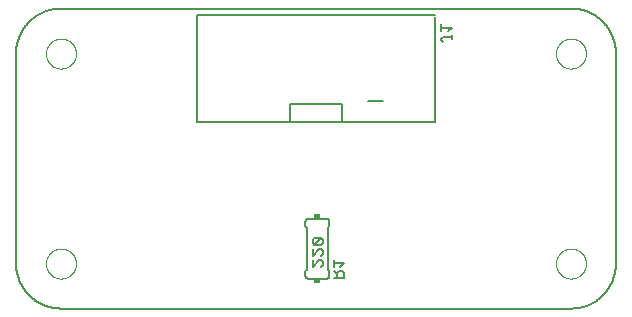
<source format=gbo>
G75*
%MOIN*%
%OFA0B0*%
%FSLAX25Y25*%
%IPPOS*%
%LPD*%
%AMOC8*
5,1,8,0,0,1.08239X$1,22.5*
%
%ADD10C,0.00000*%
%ADD11C,0.00600*%
%ADD12C,0.00800*%
%ADD13R,0.02000X0.01500*%
D10*
X0011300Y0016300D02*
X0011302Y0016441D01*
X0011308Y0016582D01*
X0011318Y0016722D01*
X0011332Y0016862D01*
X0011350Y0017002D01*
X0011371Y0017141D01*
X0011397Y0017280D01*
X0011426Y0017418D01*
X0011460Y0017554D01*
X0011497Y0017690D01*
X0011538Y0017825D01*
X0011583Y0017959D01*
X0011632Y0018091D01*
X0011684Y0018222D01*
X0011740Y0018351D01*
X0011800Y0018478D01*
X0011863Y0018604D01*
X0011929Y0018728D01*
X0012000Y0018851D01*
X0012073Y0018971D01*
X0012150Y0019089D01*
X0012230Y0019205D01*
X0012314Y0019318D01*
X0012400Y0019429D01*
X0012490Y0019538D01*
X0012583Y0019644D01*
X0012678Y0019747D01*
X0012777Y0019848D01*
X0012878Y0019946D01*
X0012982Y0020041D01*
X0013089Y0020133D01*
X0013198Y0020222D01*
X0013310Y0020307D01*
X0013424Y0020390D01*
X0013540Y0020470D01*
X0013659Y0020546D01*
X0013780Y0020618D01*
X0013902Y0020688D01*
X0014027Y0020753D01*
X0014153Y0020816D01*
X0014281Y0020874D01*
X0014411Y0020929D01*
X0014542Y0020981D01*
X0014675Y0021028D01*
X0014809Y0021072D01*
X0014944Y0021113D01*
X0015080Y0021149D01*
X0015217Y0021181D01*
X0015355Y0021210D01*
X0015493Y0021235D01*
X0015633Y0021255D01*
X0015773Y0021272D01*
X0015913Y0021285D01*
X0016054Y0021294D01*
X0016194Y0021299D01*
X0016335Y0021300D01*
X0016476Y0021297D01*
X0016617Y0021290D01*
X0016757Y0021279D01*
X0016897Y0021264D01*
X0017037Y0021245D01*
X0017176Y0021223D01*
X0017314Y0021196D01*
X0017452Y0021166D01*
X0017588Y0021131D01*
X0017724Y0021093D01*
X0017858Y0021051D01*
X0017992Y0021005D01*
X0018124Y0020956D01*
X0018254Y0020902D01*
X0018383Y0020845D01*
X0018510Y0020785D01*
X0018636Y0020721D01*
X0018759Y0020653D01*
X0018881Y0020582D01*
X0019001Y0020508D01*
X0019118Y0020430D01*
X0019233Y0020349D01*
X0019346Y0020265D01*
X0019457Y0020178D01*
X0019565Y0020087D01*
X0019670Y0019994D01*
X0019773Y0019897D01*
X0019873Y0019798D01*
X0019970Y0019696D01*
X0020064Y0019591D01*
X0020155Y0019484D01*
X0020243Y0019374D01*
X0020328Y0019262D01*
X0020410Y0019147D01*
X0020489Y0019030D01*
X0020564Y0018911D01*
X0020636Y0018790D01*
X0020704Y0018667D01*
X0020769Y0018542D01*
X0020831Y0018415D01*
X0020888Y0018286D01*
X0020943Y0018156D01*
X0020993Y0018025D01*
X0021040Y0017892D01*
X0021083Y0017758D01*
X0021122Y0017622D01*
X0021157Y0017486D01*
X0021189Y0017349D01*
X0021216Y0017211D01*
X0021240Y0017072D01*
X0021260Y0016932D01*
X0021276Y0016792D01*
X0021288Y0016652D01*
X0021296Y0016511D01*
X0021300Y0016370D01*
X0021300Y0016230D01*
X0021296Y0016089D01*
X0021288Y0015948D01*
X0021276Y0015808D01*
X0021260Y0015668D01*
X0021240Y0015528D01*
X0021216Y0015389D01*
X0021189Y0015251D01*
X0021157Y0015114D01*
X0021122Y0014978D01*
X0021083Y0014842D01*
X0021040Y0014708D01*
X0020993Y0014575D01*
X0020943Y0014444D01*
X0020888Y0014314D01*
X0020831Y0014185D01*
X0020769Y0014058D01*
X0020704Y0013933D01*
X0020636Y0013810D01*
X0020564Y0013689D01*
X0020489Y0013570D01*
X0020410Y0013453D01*
X0020328Y0013338D01*
X0020243Y0013226D01*
X0020155Y0013116D01*
X0020064Y0013009D01*
X0019970Y0012904D01*
X0019873Y0012802D01*
X0019773Y0012703D01*
X0019670Y0012606D01*
X0019565Y0012513D01*
X0019457Y0012422D01*
X0019346Y0012335D01*
X0019233Y0012251D01*
X0019118Y0012170D01*
X0019001Y0012092D01*
X0018881Y0012018D01*
X0018759Y0011947D01*
X0018636Y0011879D01*
X0018510Y0011815D01*
X0018383Y0011755D01*
X0018254Y0011698D01*
X0018124Y0011644D01*
X0017992Y0011595D01*
X0017858Y0011549D01*
X0017724Y0011507D01*
X0017588Y0011469D01*
X0017452Y0011434D01*
X0017314Y0011404D01*
X0017176Y0011377D01*
X0017037Y0011355D01*
X0016897Y0011336D01*
X0016757Y0011321D01*
X0016617Y0011310D01*
X0016476Y0011303D01*
X0016335Y0011300D01*
X0016194Y0011301D01*
X0016054Y0011306D01*
X0015913Y0011315D01*
X0015773Y0011328D01*
X0015633Y0011345D01*
X0015493Y0011365D01*
X0015355Y0011390D01*
X0015217Y0011419D01*
X0015080Y0011451D01*
X0014944Y0011487D01*
X0014809Y0011528D01*
X0014675Y0011572D01*
X0014542Y0011619D01*
X0014411Y0011671D01*
X0014281Y0011726D01*
X0014153Y0011784D01*
X0014027Y0011847D01*
X0013902Y0011912D01*
X0013780Y0011982D01*
X0013659Y0012054D01*
X0013540Y0012130D01*
X0013424Y0012210D01*
X0013310Y0012293D01*
X0013198Y0012378D01*
X0013089Y0012467D01*
X0012982Y0012559D01*
X0012878Y0012654D01*
X0012777Y0012752D01*
X0012678Y0012853D01*
X0012583Y0012956D01*
X0012490Y0013062D01*
X0012400Y0013171D01*
X0012314Y0013282D01*
X0012230Y0013395D01*
X0012150Y0013511D01*
X0012073Y0013629D01*
X0012000Y0013749D01*
X0011929Y0013872D01*
X0011863Y0013996D01*
X0011800Y0014122D01*
X0011740Y0014249D01*
X0011684Y0014378D01*
X0011632Y0014509D01*
X0011583Y0014641D01*
X0011538Y0014775D01*
X0011497Y0014910D01*
X0011460Y0015046D01*
X0011426Y0015182D01*
X0011397Y0015320D01*
X0011371Y0015459D01*
X0011350Y0015598D01*
X0011332Y0015738D01*
X0011318Y0015878D01*
X0011308Y0016018D01*
X0011302Y0016159D01*
X0011300Y0016300D01*
X0011300Y0086300D02*
X0011302Y0086441D01*
X0011308Y0086582D01*
X0011318Y0086722D01*
X0011332Y0086862D01*
X0011350Y0087002D01*
X0011371Y0087141D01*
X0011397Y0087280D01*
X0011426Y0087418D01*
X0011460Y0087554D01*
X0011497Y0087690D01*
X0011538Y0087825D01*
X0011583Y0087959D01*
X0011632Y0088091D01*
X0011684Y0088222D01*
X0011740Y0088351D01*
X0011800Y0088478D01*
X0011863Y0088604D01*
X0011929Y0088728D01*
X0012000Y0088851D01*
X0012073Y0088971D01*
X0012150Y0089089D01*
X0012230Y0089205D01*
X0012314Y0089318D01*
X0012400Y0089429D01*
X0012490Y0089538D01*
X0012583Y0089644D01*
X0012678Y0089747D01*
X0012777Y0089848D01*
X0012878Y0089946D01*
X0012982Y0090041D01*
X0013089Y0090133D01*
X0013198Y0090222D01*
X0013310Y0090307D01*
X0013424Y0090390D01*
X0013540Y0090470D01*
X0013659Y0090546D01*
X0013780Y0090618D01*
X0013902Y0090688D01*
X0014027Y0090753D01*
X0014153Y0090816D01*
X0014281Y0090874D01*
X0014411Y0090929D01*
X0014542Y0090981D01*
X0014675Y0091028D01*
X0014809Y0091072D01*
X0014944Y0091113D01*
X0015080Y0091149D01*
X0015217Y0091181D01*
X0015355Y0091210D01*
X0015493Y0091235D01*
X0015633Y0091255D01*
X0015773Y0091272D01*
X0015913Y0091285D01*
X0016054Y0091294D01*
X0016194Y0091299D01*
X0016335Y0091300D01*
X0016476Y0091297D01*
X0016617Y0091290D01*
X0016757Y0091279D01*
X0016897Y0091264D01*
X0017037Y0091245D01*
X0017176Y0091223D01*
X0017314Y0091196D01*
X0017452Y0091166D01*
X0017588Y0091131D01*
X0017724Y0091093D01*
X0017858Y0091051D01*
X0017992Y0091005D01*
X0018124Y0090956D01*
X0018254Y0090902D01*
X0018383Y0090845D01*
X0018510Y0090785D01*
X0018636Y0090721D01*
X0018759Y0090653D01*
X0018881Y0090582D01*
X0019001Y0090508D01*
X0019118Y0090430D01*
X0019233Y0090349D01*
X0019346Y0090265D01*
X0019457Y0090178D01*
X0019565Y0090087D01*
X0019670Y0089994D01*
X0019773Y0089897D01*
X0019873Y0089798D01*
X0019970Y0089696D01*
X0020064Y0089591D01*
X0020155Y0089484D01*
X0020243Y0089374D01*
X0020328Y0089262D01*
X0020410Y0089147D01*
X0020489Y0089030D01*
X0020564Y0088911D01*
X0020636Y0088790D01*
X0020704Y0088667D01*
X0020769Y0088542D01*
X0020831Y0088415D01*
X0020888Y0088286D01*
X0020943Y0088156D01*
X0020993Y0088025D01*
X0021040Y0087892D01*
X0021083Y0087758D01*
X0021122Y0087622D01*
X0021157Y0087486D01*
X0021189Y0087349D01*
X0021216Y0087211D01*
X0021240Y0087072D01*
X0021260Y0086932D01*
X0021276Y0086792D01*
X0021288Y0086652D01*
X0021296Y0086511D01*
X0021300Y0086370D01*
X0021300Y0086230D01*
X0021296Y0086089D01*
X0021288Y0085948D01*
X0021276Y0085808D01*
X0021260Y0085668D01*
X0021240Y0085528D01*
X0021216Y0085389D01*
X0021189Y0085251D01*
X0021157Y0085114D01*
X0021122Y0084978D01*
X0021083Y0084842D01*
X0021040Y0084708D01*
X0020993Y0084575D01*
X0020943Y0084444D01*
X0020888Y0084314D01*
X0020831Y0084185D01*
X0020769Y0084058D01*
X0020704Y0083933D01*
X0020636Y0083810D01*
X0020564Y0083689D01*
X0020489Y0083570D01*
X0020410Y0083453D01*
X0020328Y0083338D01*
X0020243Y0083226D01*
X0020155Y0083116D01*
X0020064Y0083009D01*
X0019970Y0082904D01*
X0019873Y0082802D01*
X0019773Y0082703D01*
X0019670Y0082606D01*
X0019565Y0082513D01*
X0019457Y0082422D01*
X0019346Y0082335D01*
X0019233Y0082251D01*
X0019118Y0082170D01*
X0019001Y0082092D01*
X0018881Y0082018D01*
X0018759Y0081947D01*
X0018636Y0081879D01*
X0018510Y0081815D01*
X0018383Y0081755D01*
X0018254Y0081698D01*
X0018124Y0081644D01*
X0017992Y0081595D01*
X0017858Y0081549D01*
X0017724Y0081507D01*
X0017588Y0081469D01*
X0017452Y0081434D01*
X0017314Y0081404D01*
X0017176Y0081377D01*
X0017037Y0081355D01*
X0016897Y0081336D01*
X0016757Y0081321D01*
X0016617Y0081310D01*
X0016476Y0081303D01*
X0016335Y0081300D01*
X0016194Y0081301D01*
X0016054Y0081306D01*
X0015913Y0081315D01*
X0015773Y0081328D01*
X0015633Y0081345D01*
X0015493Y0081365D01*
X0015355Y0081390D01*
X0015217Y0081419D01*
X0015080Y0081451D01*
X0014944Y0081487D01*
X0014809Y0081528D01*
X0014675Y0081572D01*
X0014542Y0081619D01*
X0014411Y0081671D01*
X0014281Y0081726D01*
X0014153Y0081784D01*
X0014027Y0081847D01*
X0013902Y0081912D01*
X0013780Y0081982D01*
X0013659Y0082054D01*
X0013540Y0082130D01*
X0013424Y0082210D01*
X0013310Y0082293D01*
X0013198Y0082378D01*
X0013089Y0082467D01*
X0012982Y0082559D01*
X0012878Y0082654D01*
X0012777Y0082752D01*
X0012678Y0082853D01*
X0012583Y0082956D01*
X0012490Y0083062D01*
X0012400Y0083171D01*
X0012314Y0083282D01*
X0012230Y0083395D01*
X0012150Y0083511D01*
X0012073Y0083629D01*
X0012000Y0083749D01*
X0011929Y0083872D01*
X0011863Y0083996D01*
X0011800Y0084122D01*
X0011740Y0084249D01*
X0011684Y0084378D01*
X0011632Y0084509D01*
X0011583Y0084641D01*
X0011538Y0084775D01*
X0011497Y0084910D01*
X0011460Y0085046D01*
X0011426Y0085182D01*
X0011397Y0085320D01*
X0011371Y0085459D01*
X0011350Y0085598D01*
X0011332Y0085738D01*
X0011318Y0085878D01*
X0011308Y0086018D01*
X0011302Y0086159D01*
X0011300Y0086300D01*
X0181300Y0086300D02*
X0181302Y0086441D01*
X0181308Y0086582D01*
X0181318Y0086722D01*
X0181332Y0086862D01*
X0181350Y0087002D01*
X0181371Y0087141D01*
X0181397Y0087280D01*
X0181426Y0087418D01*
X0181460Y0087554D01*
X0181497Y0087690D01*
X0181538Y0087825D01*
X0181583Y0087959D01*
X0181632Y0088091D01*
X0181684Y0088222D01*
X0181740Y0088351D01*
X0181800Y0088478D01*
X0181863Y0088604D01*
X0181929Y0088728D01*
X0182000Y0088851D01*
X0182073Y0088971D01*
X0182150Y0089089D01*
X0182230Y0089205D01*
X0182314Y0089318D01*
X0182400Y0089429D01*
X0182490Y0089538D01*
X0182583Y0089644D01*
X0182678Y0089747D01*
X0182777Y0089848D01*
X0182878Y0089946D01*
X0182982Y0090041D01*
X0183089Y0090133D01*
X0183198Y0090222D01*
X0183310Y0090307D01*
X0183424Y0090390D01*
X0183540Y0090470D01*
X0183659Y0090546D01*
X0183780Y0090618D01*
X0183902Y0090688D01*
X0184027Y0090753D01*
X0184153Y0090816D01*
X0184281Y0090874D01*
X0184411Y0090929D01*
X0184542Y0090981D01*
X0184675Y0091028D01*
X0184809Y0091072D01*
X0184944Y0091113D01*
X0185080Y0091149D01*
X0185217Y0091181D01*
X0185355Y0091210D01*
X0185493Y0091235D01*
X0185633Y0091255D01*
X0185773Y0091272D01*
X0185913Y0091285D01*
X0186054Y0091294D01*
X0186194Y0091299D01*
X0186335Y0091300D01*
X0186476Y0091297D01*
X0186617Y0091290D01*
X0186757Y0091279D01*
X0186897Y0091264D01*
X0187037Y0091245D01*
X0187176Y0091223D01*
X0187314Y0091196D01*
X0187452Y0091166D01*
X0187588Y0091131D01*
X0187724Y0091093D01*
X0187858Y0091051D01*
X0187992Y0091005D01*
X0188124Y0090956D01*
X0188254Y0090902D01*
X0188383Y0090845D01*
X0188510Y0090785D01*
X0188636Y0090721D01*
X0188759Y0090653D01*
X0188881Y0090582D01*
X0189001Y0090508D01*
X0189118Y0090430D01*
X0189233Y0090349D01*
X0189346Y0090265D01*
X0189457Y0090178D01*
X0189565Y0090087D01*
X0189670Y0089994D01*
X0189773Y0089897D01*
X0189873Y0089798D01*
X0189970Y0089696D01*
X0190064Y0089591D01*
X0190155Y0089484D01*
X0190243Y0089374D01*
X0190328Y0089262D01*
X0190410Y0089147D01*
X0190489Y0089030D01*
X0190564Y0088911D01*
X0190636Y0088790D01*
X0190704Y0088667D01*
X0190769Y0088542D01*
X0190831Y0088415D01*
X0190888Y0088286D01*
X0190943Y0088156D01*
X0190993Y0088025D01*
X0191040Y0087892D01*
X0191083Y0087758D01*
X0191122Y0087622D01*
X0191157Y0087486D01*
X0191189Y0087349D01*
X0191216Y0087211D01*
X0191240Y0087072D01*
X0191260Y0086932D01*
X0191276Y0086792D01*
X0191288Y0086652D01*
X0191296Y0086511D01*
X0191300Y0086370D01*
X0191300Y0086230D01*
X0191296Y0086089D01*
X0191288Y0085948D01*
X0191276Y0085808D01*
X0191260Y0085668D01*
X0191240Y0085528D01*
X0191216Y0085389D01*
X0191189Y0085251D01*
X0191157Y0085114D01*
X0191122Y0084978D01*
X0191083Y0084842D01*
X0191040Y0084708D01*
X0190993Y0084575D01*
X0190943Y0084444D01*
X0190888Y0084314D01*
X0190831Y0084185D01*
X0190769Y0084058D01*
X0190704Y0083933D01*
X0190636Y0083810D01*
X0190564Y0083689D01*
X0190489Y0083570D01*
X0190410Y0083453D01*
X0190328Y0083338D01*
X0190243Y0083226D01*
X0190155Y0083116D01*
X0190064Y0083009D01*
X0189970Y0082904D01*
X0189873Y0082802D01*
X0189773Y0082703D01*
X0189670Y0082606D01*
X0189565Y0082513D01*
X0189457Y0082422D01*
X0189346Y0082335D01*
X0189233Y0082251D01*
X0189118Y0082170D01*
X0189001Y0082092D01*
X0188881Y0082018D01*
X0188759Y0081947D01*
X0188636Y0081879D01*
X0188510Y0081815D01*
X0188383Y0081755D01*
X0188254Y0081698D01*
X0188124Y0081644D01*
X0187992Y0081595D01*
X0187858Y0081549D01*
X0187724Y0081507D01*
X0187588Y0081469D01*
X0187452Y0081434D01*
X0187314Y0081404D01*
X0187176Y0081377D01*
X0187037Y0081355D01*
X0186897Y0081336D01*
X0186757Y0081321D01*
X0186617Y0081310D01*
X0186476Y0081303D01*
X0186335Y0081300D01*
X0186194Y0081301D01*
X0186054Y0081306D01*
X0185913Y0081315D01*
X0185773Y0081328D01*
X0185633Y0081345D01*
X0185493Y0081365D01*
X0185355Y0081390D01*
X0185217Y0081419D01*
X0185080Y0081451D01*
X0184944Y0081487D01*
X0184809Y0081528D01*
X0184675Y0081572D01*
X0184542Y0081619D01*
X0184411Y0081671D01*
X0184281Y0081726D01*
X0184153Y0081784D01*
X0184027Y0081847D01*
X0183902Y0081912D01*
X0183780Y0081982D01*
X0183659Y0082054D01*
X0183540Y0082130D01*
X0183424Y0082210D01*
X0183310Y0082293D01*
X0183198Y0082378D01*
X0183089Y0082467D01*
X0182982Y0082559D01*
X0182878Y0082654D01*
X0182777Y0082752D01*
X0182678Y0082853D01*
X0182583Y0082956D01*
X0182490Y0083062D01*
X0182400Y0083171D01*
X0182314Y0083282D01*
X0182230Y0083395D01*
X0182150Y0083511D01*
X0182073Y0083629D01*
X0182000Y0083749D01*
X0181929Y0083872D01*
X0181863Y0083996D01*
X0181800Y0084122D01*
X0181740Y0084249D01*
X0181684Y0084378D01*
X0181632Y0084509D01*
X0181583Y0084641D01*
X0181538Y0084775D01*
X0181497Y0084910D01*
X0181460Y0085046D01*
X0181426Y0085182D01*
X0181397Y0085320D01*
X0181371Y0085459D01*
X0181350Y0085598D01*
X0181332Y0085738D01*
X0181318Y0085878D01*
X0181308Y0086018D01*
X0181302Y0086159D01*
X0181300Y0086300D01*
X0181300Y0016300D02*
X0181302Y0016441D01*
X0181308Y0016582D01*
X0181318Y0016722D01*
X0181332Y0016862D01*
X0181350Y0017002D01*
X0181371Y0017141D01*
X0181397Y0017280D01*
X0181426Y0017418D01*
X0181460Y0017554D01*
X0181497Y0017690D01*
X0181538Y0017825D01*
X0181583Y0017959D01*
X0181632Y0018091D01*
X0181684Y0018222D01*
X0181740Y0018351D01*
X0181800Y0018478D01*
X0181863Y0018604D01*
X0181929Y0018728D01*
X0182000Y0018851D01*
X0182073Y0018971D01*
X0182150Y0019089D01*
X0182230Y0019205D01*
X0182314Y0019318D01*
X0182400Y0019429D01*
X0182490Y0019538D01*
X0182583Y0019644D01*
X0182678Y0019747D01*
X0182777Y0019848D01*
X0182878Y0019946D01*
X0182982Y0020041D01*
X0183089Y0020133D01*
X0183198Y0020222D01*
X0183310Y0020307D01*
X0183424Y0020390D01*
X0183540Y0020470D01*
X0183659Y0020546D01*
X0183780Y0020618D01*
X0183902Y0020688D01*
X0184027Y0020753D01*
X0184153Y0020816D01*
X0184281Y0020874D01*
X0184411Y0020929D01*
X0184542Y0020981D01*
X0184675Y0021028D01*
X0184809Y0021072D01*
X0184944Y0021113D01*
X0185080Y0021149D01*
X0185217Y0021181D01*
X0185355Y0021210D01*
X0185493Y0021235D01*
X0185633Y0021255D01*
X0185773Y0021272D01*
X0185913Y0021285D01*
X0186054Y0021294D01*
X0186194Y0021299D01*
X0186335Y0021300D01*
X0186476Y0021297D01*
X0186617Y0021290D01*
X0186757Y0021279D01*
X0186897Y0021264D01*
X0187037Y0021245D01*
X0187176Y0021223D01*
X0187314Y0021196D01*
X0187452Y0021166D01*
X0187588Y0021131D01*
X0187724Y0021093D01*
X0187858Y0021051D01*
X0187992Y0021005D01*
X0188124Y0020956D01*
X0188254Y0020902D01*
X0188383Y0020845D01*
X0188510Y0020785D01*
X0188636Y0020721D01*
X0188759Y0020653D01*
X0188881Y0020582D01*
X0189001Y0020508D01*
X0189118Y0020430D01*
X0189233Y0020349D01*
X0189346Y0020265D01*
X0189457Y0020178D01*
X0189565Y0020087D01*
X0189670Y0019994D01*
X0189773Y0019897D01*
X0189873Y0019798D01*
X0189970Y0019696D01*
X0190064Y0019591D01*
X0190155Y0019484D01*
X0190243Y0019374D01*
X0190328Y0019262D01*
X0190410Y0019147D01*
X0190489Y0019030D01*
X0190564Y0018911D01*
X0190636Y0018790D01*
X0190704Y0018667D01*
X0190769Y0018542D01*
X0190831Y0018415D01*
X0190888Y0018286D01*
X0190943Y0018156D01*
X0190993Y0018025D01*
X0191040Y0017892D01*
X0191083Y0017758D01*
X0191122Y0017622D01*
X0191157Y0017486D01*
X0191189Y0017349D01*
X0191216Y0017211D01*
X0191240Y0017072D01*
X0191260Y0016932D01*
X0191276Y0016792D01*
X0191288Y0016652D01*
X0191296Y0016511D01*
X0191300Y0016370D01*
X0191300Y0016230D01*
X0191296Y0016089D01*
X0191288Y0015948D01*
X0191276Y0015808D01*
X0191260Y0015668D01*
X0191240Y0015528D01*
X0191216Y0015389D01*
X0191189Y0015251D01*
X0191157Y0015114D01*
X0191122Y0014978D01*
X0191083Y0014842D01*
X0191040Y0014708D01*
X0190993Y0014575D01*
X0190943Y0014444D01*
X0190888Y0014314D01*
X0190831Y0014185D01*
X0190769Y0014058D01*
X0190704Y0013933D01*
X0190636Y0013810D01*
X0190564Y0013689D01*
X0190489Y0013570D01*
X0190410Y0013453D01*
X0190328Y0013338D01*
X0190243Y0013226D01*
X0190155Y0013116D01*
X0190064Y0013009D01*
X0189970Y0012904D01*
X0189873Y0012802D01*
X0189773Y0012703D01*
X0189670Y0012606D01*
X0189565Y0012513D01*
X0189457Y0012422D01*
X0189346Y0012335D01*
X0189233Y0012251D01*
X0189118Y0012170D01*
X0189001Y0012092D01*
X0188881Y0012018D01*
X0188759Y0011947D01*
X0188636Y0011879D01*
X0188510Y0011815D01*
X0188383Y0011755D01*
X0188254Y0011698D01*
X0188124Y0011644D01*
X0187992Y0011595D01*
X0187858Y0011549D01*
X0187724Y0011507D01*
X0187588Y0011469D01*
X0187452Y0011434D01*
X0187314Y0011404D01*
X0187176Y0011377D01*
X0187037Y0011355D01*
X0186897Y0011336D01*
X0186757Y0011321D01*
X0186617Y0011310D01*
X0186476Y0011303D01*
X0186335Y0011300D01*
X0186194Y0011301D01*
X0186054Y0011306D01*
X0185913Y0011315D01*
X0185773Y0011328D01*
X0185633Y0011345D01*
X0185493Y0011365D01*
X0185355Y0011390D01*
X0185217Y0011419D01*
X0185080Y0011451D01*
X0184944Y0011487D01*
X0184809Y0011528D01*
X0184675Y0011572D01*
X0184542Y0011619D01*
X0184411Y0011671D01*
X0184281Y0011726D01*
X0184153Y0011784D01*
X0184027Y0011847D01*
X0183902Y0011912D01*
X0183780Y0011982D01*
X0183659Y0012054D01*
X0183540Y0012130D01*
X0183424Y0012210D01*
X0183310Y0012293D01*
X0183198Y0012378D01*
X0183089Y0012467D01*
X0182982Y0012559D01*
X0182878Y0012654D01*
X0182777Y0012752D01*
X0182678Y0012853D01*
X0182583Y0012956D01*
X0182490Y0013062D01*
X0182400Y0013171D01*
X0182314Y0013282D01*
X0182230Y0013395D01*
X0182150Y0013511D01*
X0182073Y0013629D01*
X0182000Y0013749D01*
X0181929Y0013872D01*
X0181863Y0013996D01*
X0181800Y0014122D01*
X0181740Y0014249D01*
X0181684Y0014378D01*
X0181632Y0014509D01*
X0181583Y0014641D01*
X0181538Y0014775D01*
X0181497Y0014910D01*
X0181460Y0015046D01*
X0181426Y0015182D01*
X0181397Y0015320D01*
X0181371Y0015459D01*
X0181350Y0015598D01*
X0181332Y0015738D01*
X0181318Y0015878D01*
X0181308Y0016018D01*
X0181302Y0016159D01*
X0181300Y0016300D01*
D11*
X0186300Y0001300D02*
X0016300Y0001300D01*
X0015938Y0001304D01*
X0015575Y0001318D01*
X0015213Y0001339D01*
X0014852Y0001370D01*
X0014492Y0001409D01*
X0014133Y0001457D01*
X0013775Y0001514D01*
X0013418Y0001579D01*
X0013063Y0001653D01*
X0012710Y0001736D01*
X0012359Y0001827D01*
X0012011Y0001926D01*
X0011665Y0002034D01*
X0011321Y0002150D01*
X0010981Y0002275D01*
X0010644Y0002407D01*
X0010310Y0002548D01*
X0009979Y0002697D01*
X0009652Y0002854D01*
X0009329Y0003018D01*
X0009010Y0003190D01*
X0008696Y0003370D01*
X0008385Y0003558D01*
X0008080Y0003753D01*
X0007779Y0003955D01*
X0007483Y0004165D01*
X0007193Y0004381D01*
X0006907Y0004605D01*
X0006627Y0004835D01*
X0006353Y0005072D01*
X0006085Y0005316D01*
X0005822Y0005566D01*
X0005566Y0005822D01*
X0005316Y0006085D01*
X0005072Y0006353D01*
X0004835Y0006627D01*
X0004605Y0006907D01*
X0004381Y0007193D01*
X0004165Y0007483D01*
X0003955Y0007779D01*
X0003753Y0008080D01*
X0003558Y0008385D01*
X0003370Y0008696D01*
X0003190Y0009010D01*
X0003018Y0009329D01*
X0002854Y0009652D01*
X0002697Y0009979D01*
X0002548Y0010310D01*
X0002407Y0010644D01*
X0002275Y0010981D01*
X0002150Y0011321D01*
X0002034Y0011665D01*
X0001926Y0012011D01*
X0001827Y0012359D01*
X0001736Y0012710D01*
X0001653Y0013063D01*
X0001579Y0013418D01*
X0001514Y0013775D01*
X0001457Y0014133D01*
X0001409Y0014492D01*
X0001370Y0014852D01*
X0001339Y0015213D01*
X0001318Y0015575D01*
X0001304Y0015938D01*
X0001300Y0016300D01*
X0001300Y0086300D01*
X0001304Y0086662D01*
X0001318Y0087025D01*
X0001339Y0087387D01*
X0001370Y0087748D01*
X0001409Y0088108D01*
X0001457Y0088467D01*
X0001514Y0088825D01*
X0001579Y0089182D01*
X0001653Y0089537D01*
X0001736Y0089890D01*
X0001827Y0090241D01*
X0001926Y0090589D01*
X0002034Y0090935D01*
X0002150Y0091279D01*
X0002275Y0091619D01*
X0002407Y0091956D01*
X0002548Y0092290D01*
X0002697Y0092621D01*
X0002854Y0092948D01*
X0003018Y0093271D01*
X0003190Y0093590D01*
X0003370Y0093904D01*
X0003558Y0094215D01*
X0003753Y0094520D01*
X0003955Y0094821D01*
X0004165Y0095117D01*
X0004381Y0095407D01*
X0004605Y0095693D01*
X0004835Y0095973D01*
X0005072Y0096247D01*
X0005316Y0096515D01*
X0005566Y0096778D01*
X0005822Y0097034D01*
X0006085Y0097284D01*
X0006353Y0097528D01*
X0006627Y0097765D01*
X0006907Y0097995D01*
X0007193Y0098219D01*
X0007483Y0098435D01*
X0007779Y0098645D01*
X0008080Y0098847D01*
X0008385Y0099042D01*
X0008696Y0099230D01*
X0009010Y0099410D01*
X0009329Y0099582D01*
X0009652Y0099746D01*
X0009979Y0099903D01*
X0010310Y0100052D01*
X0010644Y0100193D01*
X0010981Y0100325D01*
X0011321Y0100450D01*
X0011665Y0100566D01*
X0012011Y0100674D01*
X0012359Y0100773D01*
X0012710Y0100864D01*
X0013063Y0100947D01*
X0013418Y0101021D01*
X0013775Y0101086D01*
X0014133Y0101143D01*
X0014492Y0101191D01*
X0014852Y0101230D01*
X0015213Y0101261D01*
X0015575Y0101282D01*
X0015938Y0101296D01*
X0016300Y0101300D01*
X0186300Y0101300D01*
X0186662Y0101296D01*
X0187025Y0101282D01*
X0187387Y0101261D01*
X0187748Y0101230D01*
X0188108Y0101191D01*
X0188467Y0101143D01*
X0188825Y0101086D01*
X0189182Y0101021D01*
X0189537Y0100947D01*
X0189890Y0100864D01*
X0190241Y0100773D01*
X0190589Y0100674D01*
X0190935Y0100566D01*
X0191279Y0100450D01*
X0191619Y0100325D01*
X0191956Y0100193D01*
X0192290Y0100052D01*
X0192621Y0099903D01*
X0192948Y0099746D01*
X0193271Y0099582D01*
X0193590Y0099410D01*
X0193904Y0099230D01*
X0194215Y0099042D01*
X0194520Y0098847D01*
X0194821Y0098645D01*
X0195117Y0098435D01*
X0195407Y0098219D01*
X0195693Y0097995D01*
X0195973Y0097765D01*
X0196247Y0097528D01*
X0196515Y0097284D01*
X0196778Y0097034D01*
X0197034Y0096778D01*
X0197284Y0096515D01*
X0197528Y0096247D01*
X0197765Y0095973D01*
X0197995Y0095693D01*
X0198219Y0095407D01*
X0198435Y0095117D01*
X0198645Y0094821D01*
X0198847Y0094520D01*
X0199042Y0094215D01*
X0199230Y0093904D01*
X0199410Y0093590D01*
X0199582Y0093271D01*
X0199746Y0092948D01*
X0199903Y0092621D01*
X0200052Y0092290D01*
X0200193Y0091956D01*
X0200325Y0091619D01*
X0200450Y0091279D01*
X0200566Y0090935D01*
X0200674Y0090589D01*
X0200773Y0090241D01*
X0200864Y0089890D01*
X0200947Y0089537D01*
X0201021Y0089182D01*
X0201086Y0088825D01*
X0201143Y0088467D01*
X0201191Y0088108D01*
X0201230Y0087748D01*
X0201261Y0087387D01*
X0201282Y0087025D01*
X0201296Y0086662D01*
X0201300Y0086300D01*
X0201300Y0016300D01*
X0201296Y0015938D01*
X0201282Y0015575D01*
X0201261Y0015213D01*
X0201230Y0014852D01*
X0201191Y0014492D01*
X0201143Y0014133D01*
X0201086Y0013775D01*
X0201021Y0013418D01*
X0200947Y0013063D01*
X0200864Y0012710D01*
X0200773Y0012359D01*
X0200674Y0012011D01*
X0200566Y0011665D01*
X0200450Y0011321D01*
X0200325Y0010981D01*
X0200193Y0010644D01*
X0200052Y0010310D01*
X0199903Y0009979D01*
X0199746Y0009652D01*
X0199582Y0009329D01*
X0199410Y0009010D01*
X0199230Y0008696D01*
X0199042Y0008385D01*
X0198847Y0008080D01*
X0198645Y0007779D01*
X0198435Y0007483D01*
X0198219Y0007193D01*
X0197995Y0006907D01*
X0197765Y0006627D01*
X0197528Y0006353D01*
X0197284Y0006085D01*
X0197034Y0005822D01*
X0196778Y0005566D01*
X0196515Y0005316D01*
X0196247Y0005072D01*
X0195973Y0004835D01*
X0195693Y0004605D01*
X0195407Y0004381D01*
X0195117Y0004165D01*
X0194821Y0003955D01*
X0194520Y0003753D01*
X0194215Y0003558D01*
X0193904Y0003370D01*
X0193590Y0003190D01*
X0193271Y0003018D01*
X0192948Y0002854D01*
X0192621Y0002697D01*
X0192290Y0002548D01*
X0191956Y0002407D01*
X0191619Y0002275D01*
X0191279Y0002150D01*
X0190935Y0002034D01*
X0190589Y0001926D01*
X0190241Y0001827D01*
X0189890Y0001736D01*
X0189537Y0001653D01*
X0189182Y0001579D01*
X0188825Y0001514D01*
X0188467Y0001457D01*
X0188108Y0001409D01*
X0187748Y0001370D01*
X0187387Y0001339D01*
X0187025Y0001318D01*
X0186662Y0001304D01*
X0186300Y0001300D01*
X0110603Y0011600D02*
X0110603Y0013301D01*
X0110036Y0013869D01*
X0108901Y0013869D01*
X0108334Y0013301D01*
X0108334Y0011600D01*
X0107200Y0011600D02*
X0110603Y0011600D01*
X0108334Y0012734D02*
X0107200Y0013869D01*
X0105800Y0013800D02*
X0105300Y0014300D01*
X0105300Y0028300D01*
X0105800Y0028800D01*
X0105800Y0030300D01*
X0105798Y0030360D01*
X0105793Y0030421D01*
X0105784Y0030480D01*
X0105771Y0030539D01*
X0105755Y0030598D01*
X0105735Y0030655D01*
X0105712Y0030710D01*
X0105685Y0030765D01*
X0105656Y0030817D01*
X0105623Y0030868D01*
X0105587Y0030917D01*
X0105549Y0030963D01*
X0105507Y0031007D01*
X0105463Y0031049D01*
X0105417Y0031087D01*
X0105368Y0031123D01*
X0105317Y0031156D01*
X0105265Y0031185D01*
X0105210Y0031212D01*
X0105155Y0031235D01*
X0105098Y0031255D01*
X0105039Y0031271D01*
X0104980Y0031284D01*
X0104921Y0031293D01*
X0104860Y0031298D01*
X0104800Y0031300D01*
X0098800Y0031300D01*
X0098740Y0031298D01*
X0098679Y0031293D01*
X0098620Y0031284D01*
X0098561Y0031271D01*
X0098502Y0031255D01*
X0098445Y0031235D01*
X0098390Y0031212D01*
X0098335Y0031185D01*
X0098283Y0031156D01*
X0098232Y0031123D01*
X0098183Y0031087D01*
X0098137Y0031049D01*
X0098093Y0031007D01*
X0098051Y0030963D01*
X0098013Y0030917D01*
X0097977Y0030868D01*
X0097944Y0030817D01*
X0097915Y0030765D01*
X0097888Y0030710D01*
X0097865Y0030655D01*
X0097845Y0030598D01*
X0097829Y0030539D01*
X0097816Y0030480D01*
X0097807Y0030421D01*
X0097802Y0030360D01*
X0097800Y0030300D01*
X0097800Y0028800D01*
X0098300Y0028300D01*
X0098300Y0014300D01*
X0097800Y0013800D01*
X0097800Y0012300D01*
X0097802Y0012240D01*
X0097807Y0012179D01*
X0097816Y0012120D01*
X0097829Y0012061D01*
X0097845Y0012002D01*
X0097865Y0011945D01*
X0097888Y0011890D01*
X0097915Y0011835D01*
X0097944Y0011783D01*
X0097977Y0011732D01*
X0098013Y0011683D01*
X0098051Y0011637D01*
X0098093Y0011593D01*
X0098137Y0011551D01*
X0098183Y0011513D01*
X0098232Y0011477D01*
X0098283Y0011444D01*
X0098335Y0011415D01*
X0098390Y0011388D01*
X0098445Y0011365D01*
X0098502Y0011345D01*
X0098561Y0011329D01*
X0098620Y0011316D01*
X0098679Y0011307D01*
X0098740Y0011302D01*
X0098800Y0011300D01*
X0104800Y0011300D01*
X0104860Y0011302D01*
X0104921Y0011307D01*
X0104980Y0011316D01*
X0105039Y0011329D01*
X0105098Y0011345D01*
X0105155Y0011365D01*
X0105210Y0011388D01*
X0105265Y0011415D01*
X0105317Y0011444D01*
X0105368Y0011477D01*
X0105417Y0011513D01*
X0105463Y0011551D01*
X0105507Y0011593D01*
X0105549Y0011637D01*
X0105587Y0011683D01*
X0105623Y0011732D01*
X0105656Y0011783D01*
X0105685Y0011835D01*
X0105712Y0011890D01*
X0105735Y0011945D01*
X0105755Y0012002D01*
X0105771Y0012061D01*
X0105784Y0012120D01*
X0105793Y0012179D01*
X0105798Y0012240D01*
X0105800Y0012300D01*
X0105800Y0013800D01*
X0107200Y0015283D02*
X0107200Y0017552D01*
X0107200Y0016417D02*
X0110603Y0016417D01*
X0109469Y0015283D01*
X0103603Y0015767D02*
X0103036Y0015200D01*
X0103603Y0015767D02*
X0103603Y0016901D01*
X0103036Y0017469D01*
X0102469Y0017469D01*
X0100200Y0015200D01*
X0100200Y0017469D01*
X0100200Y0018883D02*
X0102469Y0021152D01*
X0103036Y0021152D01*
X0103603Y0020585D01*
X0103603Y0019450D01*
X0103036Y0018883D01*
X0100200Y0018883D02*
X0100200Y0021152D01*
X0100767Y0022566D02*
X0103036Y0024835D01*
X0100767Y0024835D01*
X0100200Y0024268D01*
X0100200Y0023133D01*
X0100767Y0022566D01*
X0103036Y0022566D01*
X0103603Y0023133D01*
X0103603Y0024268D01*
X0103036Y0024835D01*
X0143667Y0090100D02*
X0143100Y0090667D01*
X0143100Y0091234D01*
X0143667Y0091801D01*
X0146503Y0091801D01*
X0146503Y0091234D02*
X0146503Y0092369D01*
X0145369Y0093783D02*
X0146503Y0094917D01*
X0143100Y0094917D01*
X0143100Y0093783D02*
X0143100Y0096052D01*
D12*
X0141064Y0098623D02*
X0141064Y0063583D01*
X0109961Y0063583D01*
X0109961Y0069489D01*
X0092639Y0069489D01*
X0092639Y0063583D01*
X0109961Y0063583D01*
X0118800Y0070375D02*
X0123800Y0070375D01*
X0092639Y0063583D02*
X0061536Y0063583D01*
X0061536Y0099017D01*
X0141064Y0099017D01*
D13*
X0101800Y0032050D03*
X0101800Y0010550D03*
M02*

</source>
